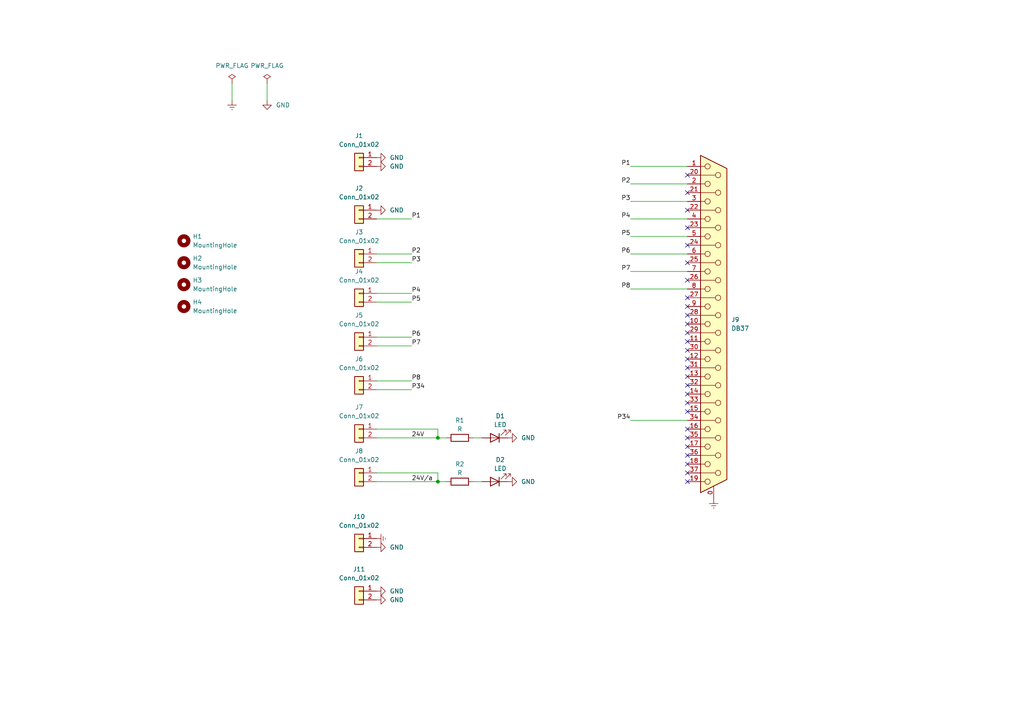
<source format=kicad_sch>
(kicad_sch (version 20230121) (generator eeschema)
  (paper "A4")
  (lib_symbols
    (symbol "Connector:DB37_Female_MountingHoles" (pin_names (offset 1.016) hide)
      (property "Reference" "J" (at 0 52.07 0))
      (property "Value" "DB37_Female_MountingHoles" (at 0 50.165 0))
      (symbol "DB37_Female_MountingHoles_0_1"
        (circle (center -1.778 -45.72) (radius 0.762))
        (circle (center -1.778 -40.64) (radius 0.762))
        (circle (center -1.778 -35.56) (radius 0.762))
        (circle (center -1.778 -30.48) (radius 0.762))
        (circle (center -1.778 -25.4) (radius 0.762))
        (circle (center -1.778 -20.32) (radius 0.762))
        (circle (center -1.778 -15.24) (radius 0.762))
        (circle (center -1.778 -10.16) (radius 0.762))
        (circle (center -1.778 -5.08) (radius 0.762))
        (circle (center -1.778 0) (radius 0.762))
        (circle (center -1.778 5.08) (radius 0.762))
        (circle (center -1.778 10.16) (radius 0.762))
        (circle (center -1.778 15.24) (radius 0.762))
        (circle (center -1.778 20.32) (radius 0.762))
        (circle (center -1.778 25.4) (radius 0.762))
        (circle (center -1.778 30.48) (radius 0.762))
        (circle (center -1.778 35.56) (radius 0.762))
        (circle (center -1.778 40.64) (radius 0.762))
        (circle (center -1.778 45.72) (radius 0.762))
        (polyline (pts (xy -3.81 -45.72) (xy -2.54 -45.72)))
        (polyline (pts (xy -3.81 -43.18) (xy 0.508 -43.18)))
        (polyline (pts (xy -3.81 -40.64) (xy -2.54 -40.64)))
        (polyline (pts (xy -3.81 -38.1) (xy 0.508 -38.1)))
        (polyline (pts (xy -3.81 -35.56) (xy -2.54 -35.56)))
        (polyline (pts (xy -3.81 -33.02) (xy 0.508 -33.02)))
        (polyline (pts (xy -3.81 -30.48) (xy -2.54 -30.48)))
        (polyline (pts (xy -3.81 -27.94) (xy 0.508 -27.94)))
        (polyline (pts (xy -3.81 -25.4) (xy -2.54 -25.4)))
        (polyline (pts (xy -3.81 -22.86) (xy 0.508 -22.86)))
        (polyline (pts (xy -3.81 -20.32) (xy -2.54 -20.32)))
        (polyline (pts (xy -3.81 -17.78) (xy 0.508 -17.78)))
        (polyline (pts (xy -3.81 -15.24) (xy -2.54 -15.24)))
        (polyline (pts (xy -3.81 -12.7) (xy 0.508 -12.7)))
        (polyline (pts (xy -3.81 -10.16) (xy -2.54 -10.16)))
        (polyline (pts (xy -3.81 -7.62) (xy 0.508 -7.62)))
        (polyline (pts (xy -3.81 -5.08) (xy -2.54 -5.08)))
        (polyline (pts (xy -3.81 -2.54) (xy 0.508 -2.54)))
        (polyline (pts (xy -3.81 0) (xy -2.54 0)))
        (polyline (pts (xy -3.81 2.54) (xy 0.508 2.54)))
        (polyline (pts (xy -3.81 5.08) (xy -2.54 5.08)))
        (polyline (pts (xy -3.81 7.62) (xy 0.508 7.62)))
        (polyline (pts (xy -3.81 10.16) (xy -2.54 10.16)))
        (polyline (pts (xy -3.81 12.7) (xy 0.508 12.7)))
        (polyline (pts (xy -3.81 15.24) (xy -2.54 15.24)))
        (polyline (pts (xy -3.81 17.78) (xy 0.508 17.78)))
        (polyline (pts (xy -3.81 20.32) (xy -2.54 20.32)))
        (polyline (pts (xy -3.81 22.86) (xy 0.508 22.86)))
        (polyline (pts (xy -3.81 25.4) (xy -2.54 25.4)))
        (polyline (pts (xy -3.81 27.94) (xy 0.508 27.94)))
        (polyline (pts (xy -3.81 30.48) (xy -2.54 30.48)))
        (polyline (pts (xy -3.81 33.02) (xy 0.508 33.02)))
        (polyline (pts (xy -3.81 35.56) (xy -2.54 35.56)))
        (polyline (pts (xy -3.81 38.1) (xy 0.508 38.1)))
        (polyline (pts (xy -3.81 40.64) (xy -2.54 40.64)))
        (polyline (pts (xy -3.81 43.18) (xy 0.508 43.18)))
        (polyline (pts (xy -3.81 45.72) (xy -2.54 45.72)))
        (polyline (pts (xy -3.81 -48.895) (xy 3.81 -45.085) (xy 3.81 45.085) (xy -3.81 48.895) (xy -3.81 -48.895)) (stroke (width 0.254)) (fill (type background)))
        (circle (center 1.27 -43.18) (radius 0.762))
        (circle (center 1.27 -38.1) (radius 0.762))
        (circle (center 1.27 -33.02) (radius 0.762))
        (circle (center 1.27 -27.94) (radius 0.762))
        (circle (center 1.27 -22.86) (radius 0.762))
        (circle (center 1.27 -17.78) (radius 0.762))
        (circle (center 1.27 -12.7) (radius 0.762))
        (circle (center 1.27 -7.62) (radius 0.762))
        (circle (center 1.27 -2.54) (radius 0.762))
        (circle (center 1.27 2.54) (radius 0.762))
        (circle (center 1.27 7.62) (radius 0.762))
        (circle (center 1.27 12.7) (radius 0.762))
        (circle (center 1.27 17.78) (radius 0.762))
        (circle (center 1.27 22.86) (radius 0.762))
        (circle (center 1.27 27.94) (radius 0.762))
        (circle (center 1.27 33.02) (radius 0.762))
        (circle (center 1.27 38.1) (radius 0.762))
        (circle (center 1.27 43.18) (radius 0.762))
      )
      (symbol "DB37_Female_MountingHoles_1_1"
        (pin passive line (at 0 -50.8 90) (length 3.81) (name "PAD") (number "0"))
        (pin passive line (at -7.62 45.72 0) (length 3.81) (name "1") (number "1"))
        (pin passive line (at -7.62 0 0) (length 3.81) (name "10") (number "10"))
        (pin passive line (at -7.62 -5.08 0) (length 3.81) (name "11") (number "11"))
        (pin passive line (at -7.62 -10.16 0) (length 3.81) (name "12") (number "12"))
        (pin passive line (at -7.62 -15.24 0) (length 3.81) (name "13") (number "13"))
        (pin passive line (at -7.62 -20.32 0) (length 3.81) (name "14") (number "14"))
        (pin passive line (at -7.62 -25.4 0) (length 3.81) (name "15") (number "15"))
        (pin passive line (at -7.62 -30.48 0) (length 3.81) (name "16") (number "16"))
        (pin passive line (at -7.62 -35.56 0) (length 3.81) (name "17") (number "17"))
        (pin passive line (at -7.62 -40.64 0) (length 3.81) (name "18") (number "18"))
        (pin passive line (at -7.62 -45.72 0) (length 3.81) (name "19") (number "19"))
        (pin passive line (at -7.62 40.64 0) (length 3.81) (name "2") (number "2"))
        (pin passive line (at -7.62 43.18 0) (length 3.81) (name "20") (number "20"))
        (pin passive line (at -7.62 38.1 0) (length 3.81) (name "21") (number "21"))
        (pin passive line (at -7.62 33.02 0) (length 3.81) (name "22") (number "22"))
        (pin passive line (at -7.62 27.94 0) (length 3.81) (name "23") (number "23"))
        (pin passive line (at -7.62 22.86 0) (length 3.81) (name "24") (number "24"))
        (pin passive line (at -7.62 17.78 0) (length 3.81) (name "25") (number "25"))
        (pin passive line (at -7.62 12.7 0) (length 3.81) (name "26") (number "26"))
        (pin passive line (at -7.62 7.62 0) (length 3.81) (name "27") (number "27"))
        (pin passive line (at -7.62 2.54 0) (length 3.81) (name "28") (number "28"))
        (pin passive line (at -7.62 -2.54 0) (length 3.81) (name "29") (number "29"))
        (pin passive line (at -7.62 35.56 0) (length 3.81) (name "3") (number "3"))
        (pin passive line (at -7.62 -7.62 0) (length 3.81) (name "30") (number "30"))
        (pin passive line (at -7.62 -12.7 0) (length 3.81) (name "31") (number "31"))
        (pin passive line (at -7.62 -17.78 0) (length 3.81) (name "32") (number "32"))
        (pin passive line (at -7.62 -22.86 0) (length 3.81) (name "33") (number "33"))
        (pin passive line (at -7.62 -27.94 0) (length 3.81) (name "34") (number "34"))
        (pin passive line (at -7.62 -33.02 0) (length 3.81) (name "35") (number "35"))
        (pin passive line (at -7.62 -38.1 0) (length 3.81) (name "36") (number "36"))
        (pin passive line (at -7.62 -43.18 0) (length 3.81) (name "37") (number "37"))
        (pin passive line (at -7.62 30.48 0) (length 3.81) (name "4") (number "4"))
        (pin passive line (at -7.62 25.4 0) (length 3.81) (name "5") (number "5"))
        (pin passive line (at -7.62 20.32 0) (length 3.81) (name "6") (number "6"))
        (pin passive line (at -7.62 15.24 0) (length 3.81) (name "7") (number "7"))
        (pin passive line (at -7.62 10.16 0) (length 3.81) (name "8") (number "8"))
        (pin passive line (at -7.62 5.08 0) (length 3.81) (name "9") (number "9"))
      )
    )
    (symbol "Connector_Generic:Conn_01x02" (pin_names (offset 1.016) hide)
      (property "Reference" "J" (at 0 2.54 0))
      (property "Value" "Conn_01x02" (at 0 -5.08 0))
      (symbol "Conn_01x02_1_1"
        (rectangle (start -1.27 -2.413) (end 0 -2.667) (stroke (width 0.1524)))
        (rectangle (start -1.27 0.127) (end 0 -0.127) (stroke (width 0.1524)))
        (rectangle (start -1.27 1.27) (end 1.27 -3.81) (stroke (width 0.254)) (fill (type background)))
        (pin passive line (at -5.08 0 0) (length 3.81) (name "Pin_1") (number "1"))
        (pin passive line (at -5.08 -2.54 0) (length 3.81) (name "Pin_2") (number "2"))
      )
    )
    (symbol "Device:LED" (pin_numbers hide) (pin_names (offset 1.016) hide)
      (property "Reference" "D" (at 0 2.54 0))
      (property "Value" "LED" (at 0 -2.54 0))
      (symbol "LED_0_1"
        (polyline (pts (xy -1.27 -1.27) (xy -1.27 1.27)) (stroke (width 0.254)))
        (polyline (pts (xy -1.27 0) (xy 1.27 0)))
        (polyline (pts (xy 1.27 -1.27) (xy 1.27 1.27) (xy -1.27 0) (xy 1.27 -1.27)) (stroke (width 0.254)))
        (polyline (pts (xy -3.048 -0.762) (xy -4.572 -2.286) (xy -3.81 -2.286) (xy -4.572 -2.286) (xy -4.572 -1.524)))
        (polyline (pts (xy -1.778 -0.762) (xy -3.302 -2.286) (xy -2.54 -2.286) (xy -3.302 -2.286) (xy -3.302 -1.524)))
      )
      (symbol "LED_1_1"
        (pin passive line (at -3.81 0 0) (length 2.54) (name "K") (number "1"))
        (pin passive line (at 3.81 0 180) (length 2.54) (name "A") (number "2"))
      )
    )
    (symbol "Device:R" (pin_numbers hide) (pin_names (offset 0))
      (property "Reference" "R" (at 2.032 0 90))
      (property "Value" "R" (at 0 0 90))
      (symbol "R_0_1"
        (rectangle (start -1.016 -2.54) (end 1.016 2.54) (stroke (width 0.254)))
      )
      (symbol "R_1_1"
        (pin passive line (at 0 3.81 270) (length 1.27) (name "~") (number "1"))
        (pin passive line (at 0 -3.81 90) (length 1.27) (name "~") (number "2"))
      )
    )
    (symbol "Mechanical:MountingHole" (pin_names (offset 1.016))
      (property "Reference" "H" (at 0 5.08 0))
      (property "Value" "MountingHole" (at 0 3.175 0))
      (symbol "MountingHole_0_1"
        (circle (center 0 0) (radius 1.27) (stroke (width 1.27)))
      )
    )
    (symbol "power:Earth" (power) (pin_names (offset 0))
      (symbol "Earth_0_1"
        (polyline (pts (xy -0.635 -1.905) (xy 0.635 -1.905)))
        (polyline (pts (xy -0.127 -2.54) (xy 0.127 -2.54)))
        (polyline (pts (xy 0 -1.27) (xy 0 0)))
        (polyline (pts (xy 1.27 -1.27) (xy -1.27 -1.27)))
      )
      (symbol "Earth_1_1"
        (pin power_in line (at 0 0 270) (length 0) hide (name "Earth") (number "1"))
      )
    )
    (symbol "power:GND" (power) (pin_names (offset 0))
      (property "Value" "GND" (at 0 -3.81 0))
      (symbol "GND_0_1"
        (polyline (pts (xy 0 0) (xy 0 -1.27) (xy 1.27 -1.27) (xy 0 -2.54) (xy -1.27 -1.27) (xy 0 -1.27)))
      )
      (symbol "GND_1_1"
        (pin power_in line (at 0 0 270) (length 0) hide (name "GND") (number "1"))
      )
    )
    (symbol "power:PWR_FLAG" (power) (pin_numbers hide) (pin_names (offset 0) hide)
      (property "Value" "PWR_FLAG" (at 0 3.81 0))
      (symbol "PWR_FLAG_0_0"
        (pin power_out line (at 0 0 90) (length 0) (name "pwr") (number "1"))
      )
      (symbol "PWR_FLAG_0_1"
        (polyline (pts (xy 0 0) (xy 0 1.27) (xy -1.016 1.905) (xy 0 2.54) (xy 1.016 1.905) (xy 0 1.27)))
      )
    )
  )
  (junction (at 127 127))
  (junction (at 127 139.7))
  (no_connect (at 199.39 109.22))
  (no_connect (at 199.39 66.04))
  (no_connect (at 199.39 99.06))
  (no_connect (at 199.39 71.12))
  (no_connect (at 199.39 134.62))
  (no_connect (at 199.39 116.84))
  (no_connect (at 199.39 104.14))
  (no_connect (at 199.39 129.54))
  (no_connect (at 199.39 127))
  (no_connect (at 199.39 137.16))
  (no_connect (at 199.39 76.2))
  (no_connect (at 199.39 60.96))
  (no_connect (at 199.39 114.3))
  (no_connect (at 199.39 55.88))
  (no_connect (at 199.39 101.6))
  (no_connect (at 199.39 139.7))
  (no_connect (at 199.39 81.28))
  (no_connect (at 199.39 119.38))
  (no_connect (at 199.39 88.9))
  (no_connect (at 199.39 106.68))
  (no_connect (at 199.39 93.98))
  (no_connect (at 199.39 96.52))
  (no_connect (at 199.39 50.8))
  (no_connect (at 199.39 132.08))
  (no_connect (at 199.39 86.36))
  (no_connect (at 199.39 91.44))
  (no_connect (at 199.39 124.46))
  (no_connect (at 199.39 111.76))
  (wire (pts (xy 127 124.46) (xy 127 127)))
  (wire (pts (xy 182.88 48.26) (xy 199.39 48.26)))
  (wire (pts (xy 109.22 137.16) (xy 127 137.16)))
  (wire (pts (xy 182.88 63.5) (xy 199.39 63.5)))
  (wire (pts (xy 127 137.16) (xy 127 139.7)))
  (wire (pts (xy 109.22 85.09) (xy 119.38 85.09)))
  (wire (pts (xy 109.22 97.79) (xy 119.38 97.79)))
  (wire (pts (xy 182.88 121.92) (xy 199.39 121.92)))
  (wire (pts (xy 182.88 73.66) (xy 199.39 73.66)))
  (wire (pts (xy 182.88 78.74) (xy 199.39 78.74)))
  (wire (pts (xy 127 139.7) (xy 129.54 139.7)))
  (wire (pts (xy 109.22 110.49) (xy 119.38 110.49)))
  (wire (pts (xy 109.22 87.63) (xy 119.38 87.63)))
  (wire (pts (xy 109.22 139.7) (xy 127 139.7)))
  (wire (pts (xy 109.22 124.46) (xy 127 124.46)))
  (wire (pts (xy 109.22 127) (xy 127 127)))
  (wire (pts (xy 182.88 53.34) (xy 199.39 53.34)))
  (wire (pts (xy 182.88 83.82) (xy 199.39 83.82)))
  (wire (pts (xy 109.22 113.03) (xy 119.38 113.03)))
  (wire (pts (xy 182.88 58.42) (xy 199.39 58.42)))
  (wire (pts (xy 109.22 73.66) (xy 119.38 73.66)))
  (wire (pts (xy 67.31 24.13) (xy 67.31 29.21)))
  (wire (pts (xy 109.22 63.5) (xy 119.38 63.5)))
  (wire (pts (xy 137.16 127) (xy 139.7 127)))
  (wire (pts (xy 182.88 68.58) (xy 199.39 68.58)))
  (wire (pts (xy 77.47 24.13) (xy 77.47 29.21)))
  (wire (pts (xy 127 127) (xy 129.54 127)))
  (wire (pts (xy 109.22 100.33) (xy 119.38 100.33)))
  (wire (pts (xy 109.22 76.2) (xy 119.38 76.2)))
  (wire (pts (xy 137.16 139.7) (xy 139.7 139.7)))
  (label "P34" (at 182.88 121.92 180))
  (label "P6" (at 119.38 97.79 0))
  (label "P2" (at 182.88 53.34 180))
  (label "P2" (at 119.38 73.66 0))
  (label "P34" (at 119.38 113.03 0))
  (label "P1" (at 182.88 48.26 180))
  (label "P5" (at 182.88 68.58 180))
  (label "P7" (at 119.38 100.33 0))
  (label "P6" (at 182.88 73.66 180))
  (label "24V{slash}a" (at 119.38 139.7 0))
  (label "P1" (at 119.38 63.5 0))
  (label "P7" (at 182.88 78.74 180))
  (label "P3" (at 119.38 76.2 0))
  (label "P5" (at 119.38 87.63 0))
  (label "P3" (at 182.88 58.42 180))
  (label "P4" (at 182.88 63.5 180))
  (label "24V" (at 119.38 127 0))
  (label "P8" (at 182.88 83.82 180))
  (label "P8" (at 119.38 110.49 0))
  (label "P4" (at 119.38 85.09 0))
  (symbol (lib_id "Connector_Generic:Conn_01x02") (at 104.14 124.46 0) (mirror y) (unit 1)
    (property "Reference" "J7" (at 104.14 118.11 0))
    (property "Value" "Conn_01x02" (at 104.14 120.65 0))
    (property "Footprint" "TerminalBlock:TerminalBlock_bornier-2_P5.08mm" (effects hide))
  )
  (symbol (lib_id "Connector_Generic:Conn_01x02") (at 104.14 137.16 0) (mirror y) (unit 1)
    (property "Reference" "J8" (at 104.14 130.81 0))
    (property "Value" "Conn_01x02" (at 104.14 133.35 0))
    (property "Footprint" "TerminalBlock:TerminalBlock_bornier-2_P5.08mm" (effects hide))
  )
  (symbol (lib_id "power:Earth") (at 207.01 144.78 0) (unit 1)
    (property "Reference" "#PWR06" (effects hide))
    (property "Value" "Earth" (effects hide))
  )
  (symbol (lib_id "Mechanical:MountingHole") (at 53.34 76.2 0) (unit 1)
    (property "Reference" "H2" (at 55.88 74.9299 0) (effects (justify left)))
    (property "Value" "MountingHole" (at 55.88 77.4699 0) (effects (justify left)))
    (property "Footprint" "MountingHole:MountingHole_4.5mm" (effects hide))
  )
  (symbol (lib_id "power:GND") (at 77.47 29.21 0) (unit 1)
    (property "Reference" "#PWR02" (effects hide))
    (property "Value" "GND" (at 80.01 30.4799 0) (effects (justify left)))
  )
  (symbol (lib_id "Device:LED") (at 143.51 139.7 180) (unit 1)
    (property "Reference" "D2" (at 145.0975 133.35 0))
    (property "Value" "LED" (at 145.0975 135.89 0))
    (property "Footprint" "LED_THT:LED_D5.0mm" (effects hide))
  )
  (symbol (lib_id "Connector_Generic:Conn_01x02") (at 104.14 110.49 0) (mirror y) (unit 1)
    (property "Reference" "J6" (at 104.14 104.14 0))
    (property "Value" "Conn_01x02" (at 104.14 106.68 0))
    (property "Footprint" "TerminalBlock:TerminalBlock_bornier-2_P5.08mm" (effects hide))
  )
  (symbol (lib_id "power:GND") (at 109.22 173.99 90) (unit 1)
    (property "Reference" "#PWR010" (effects hide))
    (property "Value" "GND" (at 113.03 173.9899 90) (effects (justify right)))
  )
  (symbol (lib_id "Connector_Generic:Conn_01x02") (at 104.14 85.09 0) (mirror y) (unit 1)
    (property "Reference" "J4" (at 104.14 78.74 0))
    (property "Value" "Conn_01x02" (at 104.14 81.28 0))
    (property "Footprint" "TerminalBlock:TerminalBlock_bornier-2_P5.08mm" (effects hide))
  )
  (symbol (lib_id "power:GND") (at 147.32 127 90) (unit 1)
    (property "Reference" "#PWR011" (effects hide))
    (property "Value" "GND" (at 151.13 126.9999 90) (effects (justify right)))
  )
  (symbol (lib_id "Connector_Generic:Conn_01x02") (at 104.14 97.79 0) (mirror y) (unit 1)
    (property "Reference" "J5" (at 104.14 91.44 0))
    (property "Value" "Conn_01x02" (at 104.14 93.98 0))
    (property "Footprint" "TerminalBlock:TerminalBlock_bornier-2_P5.08mm" (effects hide))
  )
  (symbol (lib_id "Mechanical:MountingHole") (at 53.34 69.85 0) (unit 1)
    (property "Reference" "H1" (at 55.88 68.5799 0) (effects (justify left)))
    (property "Value" "MountingHole" (at 55.88 71.1199 0) (effects (justify left)))
    (property "Footprint" "MountingHole:MountingHole_4.5mm" (effects hide))
  )
  (symbol (lib_id "power:Earth") (at 67.31 29.21 0) (unit 1)
    (property "Reference" "#PWR01" (effects hide))
    (property "Value" "Earth" (effects hide))
  )
  (symbol (lib_id "power:GND") (at 109.22 48.26 90) (unit 1)
    (property "Reference" "#PWR04" (effects hide))
    (property "Value" "GND" (at 113.03 48.2599 90) (effects (justify right)))
  )
  (symbol (lib_id "Connector_Generic:Conn_01x02") (at 104.14 73.66 0) (mirror y) (unit 1)
    (property "Reference" "J3" (at 104.14 67.31 0))
    (property "Value" "Conn_01x02" (at 104.14 69.85 0))
    (property "Footprint" "TerminalBlock:TerminalBlock_bornier-2_P5.08mm" (effects hide))
  )
  (symbol (lib_id "Device:LED") (at 143.51 127 180) (unit 1)
    (property "Reference" "D1" (at 145.0975 120.65 0))
    (property "Value" "LED" (at 145.0975 123.19 0))
    (property "Footprint" "LED_THT:LED_D5.0mm" (effects hide))
  )
  (symbol (lib_id "Connector_Generic:Conn_01x02") (at 104.14 171.45 0) (mirror y) (unit 1)
    (property "Reference" "J11" (at 104.14 165.1 0))
    (property "Value" "Conn_01x02" (at 104.14 167.64 0))
    (property "Footprint" "TerminalBlock:TerminalBlock_bornier-2_P5.08mm" (effects hide))
  )
  (symbol (lib_id "power:GND") (at 109.22 158.75 90) (unit 1)
    (property "Reference" "#PWR?" (effects hide))
    (property "Value" "GND" (at 113.03 158.7499 90) (effects (justify right)))
  )
  (symbol (lib_id "power:GND") (at 109.22 45.72 90) (unit 1)
    (property "Reference" "#PWR07" (effects hide))
    (property "Value" "GND" (at 113.03 45.7199 90) (effects (justify right)))
  )
  (symbol (lib_id "power:GND") (at 109.22 60.96 90) (unit 1)
    (property "Reference" "#PWR05" (effects hide))
    (property "Value" "GND" (at 113.03 60.9599 90) (effects (justify right)))
  )
  (symbol (lib_id "Device:R") (at 133.35 127 90) (unit 1)
    (property "Reference" "R1" (at 133.35 121.92 90))
    (property "Value" "R" (at 133.35 124.46 90))
    (property "Footprint" "Resistor_THT:R_Axial_DIN0207_L6.3mm_D2.5mm_P10.16mm_Horizontal" (effects hide))
  )
  (symbol (lib_id "power:Earth") (at 109.22 156.21 90) (unit 1)
    (property "Reference" "#PWR03" (effects hide))
    (property "Value" "Earth" (effects hide))
  )
  (symbol (lib_id "Device:R") (at 133.35 139.7 90) (unit 1)
    (property "Reference" "R2" (at 133.35 134.62 90))
    (property "Value" "R" (at 133.35 137.16 90))
    (property "Footprint" "Resistor_THT:R_Axial_DIN0207_L6.3mm_D2.5mm_P10.16mm_Horizontal" (effects hide))
  )
  (symbol (lib_id "power:GND") (at 109.22 171.45 90) (unit 1)
    (property "Reference" "#PWR09" (effects hide))
    (property "Value" "GND" (at 113.03 171.4499 90) (effects (justify right)))
  )
  (symbol (lib_id "Mechanical:MountingHole") (at 53.34 82.55 0) (unit 1)
    (property "Reference" "H3" (at 55.88 81.2799 0) (effects (justify left)))
    (property "Value" "MountingHole" (at 55.88 83.8199 0) (effects (justify left)))
    (property "Footprint" "MountingHole:MountingHole_4.5mm" (effects hide))
  )
  (symbol (lib_id "Connector:DB37_Female_MountingHoles") (at 207.01 93.98 0) (unit 1)
    (property "Reference" "J9" (at 212.09 92.7099 0) (effects (justify left)))
    (property "Value" "DB37" (at 212.09 95.2499 0) (effects (justify left)))
    (property "Footprint" "Connector_Dsub:DSUB-37_Female_Horizontal_P2.77x2.84mm_EdgePinOffset7.70mm_Housed_MountingHolesOffset9.12mm" (effects hide))
    (property "Datasheet" " ~" (effects hide))
  )
  (symbol (lib_id "Mechanical:MountingHole") (at 53.34 88.9 0) (unit 1)
    (property "Reference" "H4" (at 55.88 87.6299 0) (effects (justify left)))
    (property "Value" "MountingHole" (at 55.88 90.1699 0) (effects (justify left)))
    (property "Footprint" "MountingHole:MountingHole_4.5mm" (effects hide))
  )
  (symbol (lib_id "power:PWR_FLAG") (at 77.47 24.13 0) (unit 1)
    (property "Reference" "#FLG02" (effects hide))
    (property "Value" "PWR_FLAG" (at 77.47 19.05 0))
  )
  (symbol (lib_id "power:PWR_FLAG") (at 67.31 24.13 0) (unit 1)
    (property "Reference" "#FLG01" (effects hide))
    (property "Value" "PWR_FLAG" (at 67.31 19.05 0))
  )
  (symbol (lib_id "Connector_Generic:Conn_01x02") (at 104.14 156.21 0) (mirror y) (unit 1)
    (property "Reference" "J10" (at 104.14 149.86 0))
    (property "Value" "Conn_01x02" (at 104.14 152.4 0))
    (property "Footprint" "TerminalBlock:TerminalBlock_bornier-2_P5.08mm" (effects hide))
  )
  (symbol (lib_id "power:GND") (at 147.32 139.7 90) (unit 1)
    (property "Reference" "#PWR012" (effects hide))
    (property "Value" "GND" (at 151.13 139.6999 90) (effects (justify right)))
  )
  (symbol (lib_id "Connector_Generic:Conn_01x02") (at 104.14 45.72 0) (mirror y) (unit 1)
    (property "Reference" "J1" (at 104.14 39.37 0))
    (property "Value" "Conn_01x02" (at 104.14 41.91 0))
    (property "Footprint" "TerminalBlock:TerminalBlock_bornier-2_P5.08mm" (effects hide))
  )
  (symbol (lib_id "Connector_Generic:Conn_01x02") (at 104.14 60.96 0) (mirror y) (unit 1)
    (property "Reference" "J2" (at 104.14 54.61 0))
    (property "Value" "Conn_01x02" (at 104.14 57.15 0))
    (property "Footprint" "TerminalBlock:TerminalBlock_bornier-2_P5.08mm" (effects hide))
  )
)
</source>
